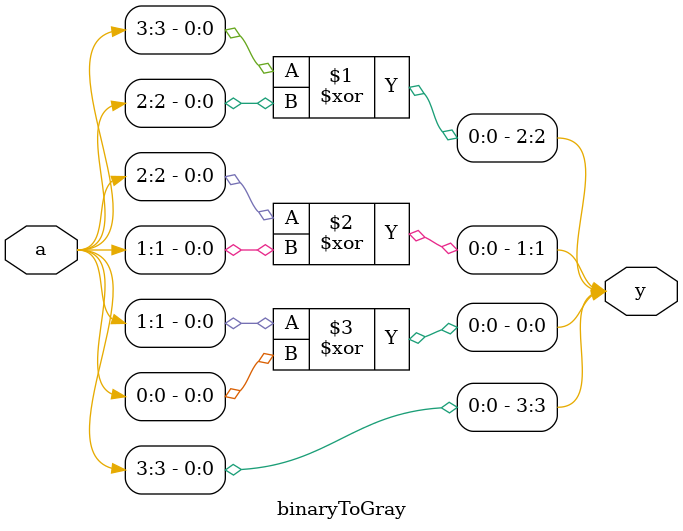
<source format=v>
`timescale 1ns / 1ps
module binaryToGray( input [3:0]a,
                       output [3:0]y
    );
assign y[3] = a[3];
assign y[2] = a[3]^a[2];
assign y[1] = a[2]^a[1];
assign y[0] = a[1]^a[0];
endmodule

// for FPGA implementation

/* module top(sw,led);
input [3:0]sw;
output [3:0]led;
binaryToGray top(.a(sw[3:0], .y(led[3:0]));
endmodule
*/
</source>
